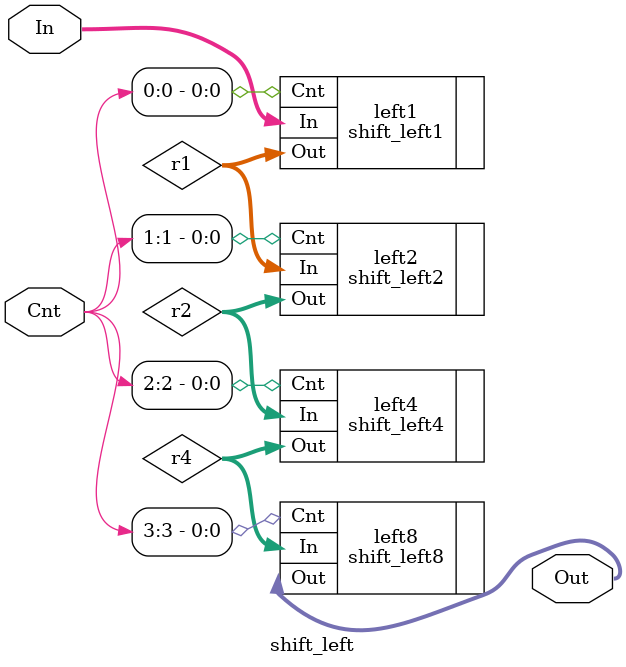
<source format=v>
module shift_left(In, Cnt, Out);
  
  input [15:0] In;
  input [3:0] Cnt;
  
  output [15:0] Out;
  
  wire [15:0] r1, r2, r4, r5;
  
  shift_left1 left1(.In(In), .Cnt(Cnt[0]), .Out(r1));
  
  shift_left2 left2(.In(r1), .Cnt(Cnt[1]), .Out(r2));
  
  shift_left4 left4(.In(r2), .Cnt(Cnt[2]), .Out(r4));
  
  shift_left8 left8(.In(r4), .Cnt(Cnt[3]), .Out(Out));
  
endmodule



</source>
